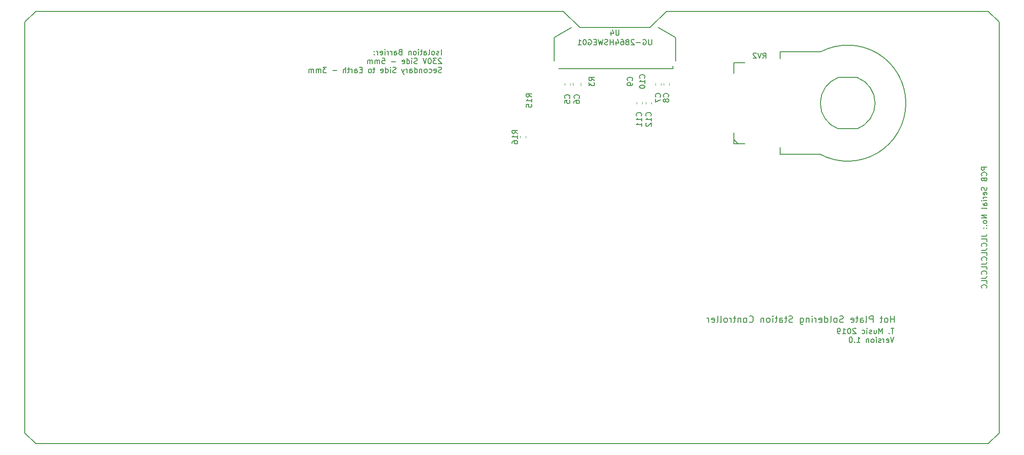
<source format=gbr>
%TF.GenerationSoftware,KiCad,Pcbnew,5.1.4*%
%TF.CreationDate,2019-08-26T22:55:56+02:00*%
%TF.ProjectId,hotplate_ctl,686f7470-6c61-4746-955f-63746c2e6b69,rev?*%
%TF.SameCoordinates,Original*%
%TF.FileFunction,Legend,Bot*%
%TF.FilePolarity,Positive*%
%FSLAX46Y46*%
G04 Gerber Fmt 4.6, Leading zero omitted, Abs format (unit mm)*
G04 Created by KiCad (PCBNEW 5.1.4) date 2019-08-26 22:55:56*
%MOMM*%
%LPD*%
G04 APERTURE LIST*
%ADD10C,0.150000*%
%ADD11C,0.120000*%
G04 APERTURE END LIST*
D10*
X156914404Y-58052380D02*
X156914404Y-57052380D01*
X156485833Y-58004761D02*
X156390595Y-58052380D01*
X156200119Y-58052380D01*
X156104880Y-58004761D01*
X156057261Y-57909523D01*
X156057261Y-57861904D01*
X156104880Y-57766666D01*
X156200119Y-57719047D01*
X156342976Y-57719047D01*
X156438214Y-57671428D01*
X156485833Y-57576190D01*
X156485833Y-57528571D01*
X156438214Y-57433333D01*
X156342976Y-57385714D01*
X156200119Y-57385714D01*
X156104880Y-57433333D01*
X155485833Y-58052380D02*
X155581071Y-58004761D01*
X155628690Y-57957142D01*
X155676309Y-57861904D01*
X155676309Y-57576190D01*
X155628690Y-57480952D01*
X155581071Y-57433333D01*
X155485833Y-57385714D01*
X155342976Y-57385714D01*
X155247738Y-57433333D01*
X155200119Y-57480952D01*
X155152500Y-57576190D01*
X155152500Y-57861904D01*
X155200119Y-57957142D01*
X155247738Y-58004761D01*
X155342976Y-58052380D01*
X155485833Y-58052380D01*
X154581071Y-58052380D02*
X154676309Y-58004761D01*
X154723928Y-57909523D01*
X154723928Y-57052380D01*
X153771547Y-58052380D02*
X153771547Y-57528571D01*
X153819166Y-57433333D01*
X153914404Y-57385714D01*
X154104880Y-57385714D01*
X154200119Y-57433333D01*
X153771547Y-58004761D02*
X153866785Y-58052380D01*
X154104880Y-58052380D01*
X154200119Y-58004761D01*
X154247738Y-57909523D01*
X154247738Y-57814285D01*
X154200119Y-57719047D01*
X154104880Y-57671428D01*
X153866785Y-57671428D01*
X153771547Y-57623809D01*
X153438214Y-57385714D02*
X153057261Y-57385714D01*
X153295357Y-57052380D02*
X153295357Y-57909523D01*
X153247738Y-58004761D01*
X153152500Y-58052380D01*
X153057261Y-58052380D01*
X152723928Y-58052380D02*
X152723928Y-57385714D01*
X152723928Y-57052380D02*
X152771547Y-57100000D01*
X152723928Y-57147619D01*
X152676309Y-57100000D01*
X152723928Y-57052380D01*
X152723928Y-57147619D01*
X152104880Y-58052380D02*
X152200119Y-58004761D01*
X152247738Y-57957142D01*
X152295357Y-57861904D01*
X152295357Y-57576190D01*
X152247738Y-57480952D01*
X152200119Y-57433333D01*
X152104880Y-57385714D01*
X151962023Y-57385714D01*
X151866785Y-57433333D01*
X151819166Y-57480952D01*
X151771547Y-57576190D01*
X151771547Y-57861904D01*
X151819166Y-57957142D01*
X151866785Y-58004761D01*
X151962023Y-58052380D01*
X152104880Y-58052380D01*
X151342976Y-57385714D02*
X151342976Y-58052380D01*
X151342976Y-57480952D02*
X151295357Y-57433333D01*
X151200119Y-57385714D01*
X151057261Y-57385714D01*
X150962023Y-57433333D01*
X150914404Y-57528571D01*
X150914404Y-58052380D01*
X149342976Y-57528571D02*
X149200119Y-57576190D01*
X149152500Y-57623809D01*
X149104880Y-57719047D01*
X149104880Y-57861904D01*
X149152500Y-57957142D01*
X149200119Y-58004761D01*
X149295357Y-58052380D01*
X149676309Y-58052380D01*
X149676309Y-57052380D01*
X149342976Y-57052380D01*
X149247738Y-57100000D01*
X149200119Y-57147619D01*
X149152500Y-57242857D01*
X149152500Y-57338095D01*
X149200119Y-57433333D01*
X149247738Y-57480952D01*
X149342976Y-57528571D01*
X149676309Y-57528571D01*
X148247738Y-58052380D02*
X148247738Y-57528571D01*
X148295357Y-57433333D01*
X148390595Y-57385714D01*
X148581071Y-57385714D01*
X148676309Y-57433333D01*
X148247738Y-58004761D02*
X148342976Y-58052380D01*
X148581071Y-58052380D01*
X148676309Y-58004761D01*
X148723928Y-57909523D01*
X148723928Y-57814285D01*
X148676309Y-57719047D01*
X148581071Y-57671428D01*
X148342976Y-57671428D01*
X148247738Y-57623809D01*
X147771547Y-58052380D02*
X147771547Y-57385714D01*
X147771547Y-57576190D02*
X147723928Y-57480952D01*
X147676309Y-57433333D01*
X147581071Y-57385714D01*
X147485833Y-57385714D01*
X147152500Y-58052380D02*
X147152500Y-57385714D01*
X147152500Y-57576190D02*
X147104880Y-57480952D01*
X147057261Y-57433333D01*
X146962023Y-57385714D01*
X146866785Y-57385714D01*
X146533452Y-58052380D02*
X146533452Y-57385714D01*
X146533452Y-57052380D02*
X146581071Y-57100000D01*
X146533452Y-57147619D01*
X146485833Y-57100000D01*
X146533452Y-57052380D01*
X146533452Y-57147619D01*
X145676309Y-58004761D02*
X145771547Y-58052380D01*
X145962023Y-58052380D01*
X146057261Y-58004761D01*
X146104880Y-57909523D01*
X146104880Y-57528571D01*
X146057261Y-57433333D01*
X145962023Y-57385714D01*
X145771547Y-57385714D01*
X145676309Y-57433333D01*
X145628690Y-57528571D01*
X145628690Y-57623809D01*
X146104880Y-57719047D01*
X145200119Y-58052380D02*
X145200119Y-57385714D01*
X145200119Y-57576190D02*
X145152500Y-57480952D01*
X145104880Y-57433333D01*
X145009642Y-57385714D01*
X144914404Y-57385714D01*
X144581071Y-57957142D02*
X144533452Y-58004761D01*
X144581071Y-58052380D01*
X144628690Y-58004761D01*
X144581071Y-57957142D01*
X144581071Y-58052380D01*
X144581071Y-57433333D02*
X144533452Y-57480952D01*
X144581071Y-57528571D01*
X144628690Y-57480952D01*
X144581071Y-57433333D01*
X144581071Y-57528571D01*
X156962023Y-58797619D02*
X156914404Y-58750000D01*
X156819166Y-58702380D01*
X156581071Y-58702380D01*
X156485833Y-58750000D01*
X156438214Y-58797619D01*
X156390595Y-58892857D01*
X156390595Y-58988095D01*
X156438214Y-59130952D01*
X157009642Y-59702380D01*
X156390595Y-59702380D01*
X156057261Y-58702380D02*
X155438214Y-58702380D01*
X155771547Y-59083333D01*
X155628690Y-59083333D01*
X155533452Y-59130952D01*
X155485833Y-59178571D01*
X155438214Y-59273809D01*
X155438214Y-59511904D01*
X155485833Y-59607142D01*
X155533452Y-59654761D01*
X155628690Y-59702380D01*
X155914404Y-59702380D01*
X156009642Y-59654761D01*
X156057261Y-59607142D01*
X154819166Y-58702380D02*
X154723928Y-58702380D01*
X154628690Y-58750000D01*
X154581071Y-58797619D01*
X154533452Y-58892857D01*
X154485833Y-59083333D01*
X154485833Y-59321428D01*
X154533452Y-59511904D01*
X154581071Y-59607142D01*
X154628690Y-59654761D01*
X154723928Y-59702380D01*
X154819166Y-59702380D01*
X154914404Y-59654761D01*
X154962023Y-59607142D01*
X155009642Y-59511904D01*
X155057261Y-59321428D01*
X155057261Y-59083333D01*
X155009642Y-58892857D01*
X154962023Y-58797619D01*
X154914404Y-58750000D01*
X154819166Y-58702380D01*
X154200119Y-58702380D02*
X153866785Y-59702380D01*
X153533452Y-58702380D01*
X152485833Y-59654761D02*
X152342976Y-59702380D01*
X152104880Y-59702380D01*
X152009642Y-59654761D01*
X151962023Y-59607142D01*
X151914404Y-59511904D01*
X151914404Y-59416666D01*
X151962023Y-59321428D01*
X152009642Y-59273809D01*
X152104880Y-59226190D01*
X152295357Y-59178571D01*
X152390595Y-59130952D01*
X152438214Y-59083333D01*
X152485833Y-58988095D01*
X152485833Y-58892857D01*
X152438214Y-58797619D01*
X152390595Y-58750000D01*
X152295357Y-58702380D01*
X152057261Y-58702380D01*
X151914404Y-58750000D01*
X151485833Y-59702380D02*
X151485833Y-59035714D01*
X151485833Y-58702380D02*
X151533452Y-58750000D01*
X151485833Y-58797619D01*
X151438214Y-58750000D01*
X151485833Y-58702380D01*
X151485833Y-58797619D01*
X150581071Y-59702380D02*
X150581071Y-58702380D01*
X150581071Y-59654761D02*
X150676309Y-59702380D01*
X150866785Y-59702380D01*
X150962023Y-59654761D01*
X151009642Y-59607142D01*
X151057261Y-59511904D01*
X151057261Y-59226190D01*
X151009642Y-59130952D01*
X150962023Y-59083333D01*
X150866785Y-59035714D01*
X150676309Y-59035714D01*
X150581071Y-59083333D01*
X149723928Y-59654761D02*
X149819166Y-59702380D01*
X150009642Y-59702380D01*
X150104880Y-59654761D01*
X150152500Y-59559523D01*
X150152500Y-59178571D01*
X150104880Y-59083333D01*
X150009642Y-59035714D01*
X149819166Y-59035714D01*
X149723928Y-59083333D01*
X149676309Y-59178571D01*
X149676309Y-59273809D01*
X150152500Y-59369047D01*
X148485833Y-59321428D02*
X147723928Y-59321428D01*
X146009642Y-58702380D02*
X146485833Y-58702380D01*
X146533452Y-59178571D01*
X146485833Y-59130952D01*
X146390595Y-59083333D01*
X146152500Y-59083333D01*
X146057261Y-59130952D01*
X146009642Y-59178571D01*
X145962023Y-59273809D01*
X145962023Y-59511904D01*
X146009642Y-59607142D01*
X146057261Y-59654761D01*
X146152500Y-59702380D01*
X146390595Y-59702380D01*
X146485833Y-59654761D01*
X146533452Y-59607142D01*
X145533452Y-59702380D02*
X145533452Y-59035714D01*
X145533452Y-59130952D02*
X145485833Y-59083333D01*
X145390595Y-59035714D01*
X145247738Y-59035714D01*
X145152500Y-59083333D01*
X145104880Y-59178571D01*
X145104880Y-59702380D01*
X145104880Y-59178571D02*
X145057261Y-59083333D01*
X144962023Y-59035714D01*
X144819166Y-59035714D01*
X144723928Y-59083333D01*
X144676309Y-59178571D01*
X144676309Y-59702380D01*
X144200119Y-59702380D02*
X144200119Y-59035714D01*
X144200119Y-59130952D02*
X144152500Y-59083333D01*
X144057261Y-59035714D01*
X143914404Y-59035714D01*
X143819166Y-59083333D01*
X143771547Y-59178571D01*
X143771547Y-59702380D01*
X143771547Y-59178571D02*
X143723928Y-59083333D01*
X143628690Y-59035714D01*
X143485833Y-59035714D01*
X143390595Y-59083333D01*
X143342976Y-59178571D01*
X143342976Y-59702380D01*
X156962023Y-61304761D02*
X156819166Y-61352380D01*
X156581071Y-61352380D01*
X156485833Y-61304761D01*
X156438214Y-61257142D01*
X156390595Y-61161904D01*
X156390595Y-61066666D01*
X156438214Y-60971428D01*
X156485833Y-60923809D01*
X156581071Y-60876190D01*
X156771547Y-60828571D01*
X156866785Y-60780952D01*
X156914404Y-60733333D01*
X156962023Y-60638095D01*
X156962023Y-60542857D01*
X156914404Y-60447619D01*
X156866785Y-60400000D01*
X156771547Y-60352380D01*
X156533452Y-60352380D01*
X156390595Y-60400000D01*
X155581071Y-61304761D02*
X155676309Y-61352380D01*
X155866785Y-61352380D01*
X155962023Y-61304761D01*
X156009642Y-61209523D01*
X156009642Y-60828571D01*
X155962023Y-60733333D01*
X155866785Y-60685714D01*
X155676309Y-60685714D01*
X155581071Y-60733333D01*
X155533452Y-60828571D01*
X155533452Y-60923809D01*
X156009642Y-61019047D01*
X154676309Y-61304761D02*
X154771547Y-61352380D01*
X154962023Y-61352380D01*
X155057261Y-61304761D01*
X155104880Y-61257142D01*
X155152500Y-61161904D01*
X155152500Y-60876190D01*
X155104880Y-60780952D01*
X155057261Y-60733333D01*
X154962023Y-60685714D01*
X154771547Y-60685714D01*
X154676309Y-60733333D01*
X154104880Y-61352380D02*
X154200119Y-61304761D01*
X154247738Y-61257142D01*
X154295357Y-61161904D01*
X154295357Y-60876190D01*
X154247738Y-60780952D01*
X154200119Y-60733333D01*
X154104880Y-60685714D01*
X153962023Y-60685714D01*
X153866785Y-60733333D01*
X153819166Y-60780952D01*
X153771547Y-60876190D01*
X153771547Y-61161904D01*
X153819166Y-61257142D01*
X153866785Y-61304761D01*
X153962023Y-61352380D01*
X154104880Y-61352380D01*
X153342976Y-60685714D02*
X153342976Y-61352380D01*
X153342976Y-60780952D02*
X153295357Y-60733333D01*
X153200119Y-60685714D01*
X153057261Y-60685714D01*
X152962023Y-60733333D01*
X152914404Y-60828571D01*
X152914404Y-61352380D01*
X152009642Y-61352380D02*
X152009642Y-60352380D01*
X152009642Y-61304761D02*
X152104880Y-61352380D01*
X152295357Y-61352380D01*
X152390595Y-61304761D01*
X152438214Y-61257142D01*
X152485833Y-61161904D01*
X152485833Y-60876190D01*
X152438214Y-60780952D01*
X152390595Y-60733333D01*
X152295357Y-60685714D01*
X152104880Y-60685714D01*
X152009642Y-60733333D01*
X151104880Y-61352380D02*
X151104880Y-60828571D01*
X151152500Y-60733333D01*
X151247738Y-60685714D01*
X151438214Y-60685714D01*
X151533452Y-60733333D01*
X151104880Y-61304761D02*
X151200119Y-61352380D01*
X151438214Y-61352380D01*
X151533452Y-61304761D01*
X151581071Y-61209523D01*
X151581071Y-61114285D01*
X151533452Y-61019047D01*
X151438214Y-60971428D01*
X151200119Y-60971428D01*
X151104880Y-60923809D01*
X150628690Y-61352380D02*
X150628690Y-60685714D01*
X150628690Y-60876190D02*
X150581071Y-60780952D01*
X150533452Y-60733333D01*
X150438214Y-60685714D01*
X150342976Y-60685714D01*
X150104880Y-60685714D02*
X149866785Y-61352380D01*
X149628690Y-60685714D02*
X149866785Y-61352380D01*
X149962023Y-61590476D01*
X150009642Y-61638095D01*
X150104880Y-61685714D01*
X148533452Y-61304761D02*
X148390595Y-61352380D01*
X148152500Y-61352380D01*
X148057261Y-61304761D01*
X148009642Y-61257142D01*
X147962023Y-61161904D01*
X147962023Y-61066666D01*
X148009642Y-60971428D01*
X148057261Y-60923809D01*
X148152500Y-60876190D01*
X148342976Y-60828571D01*
X148438214Y-60780952D01*
X148485833Y-60733333D01*
X148533452Y-60638095D01*
X148533452Y-60542857D01*
X148485833Y-60447619D01*
X148438214Y-60400000D01*
X148342976Y-60352380D01*
X148104880Y-60352380D01*
X147962023Y-60400000D01*
X147533452Y-61352380D02*
X147533452Y-60685714D01*
X147533452Y-60352380D02*
X147581071Y-60400000D01*
X147533452Y-60447619D01*
X147485833Y-60400000D01*
X147533452Y-60352380D01*
X147533452Y-60447619D01*
X146628690Y-61352380D02*
X146628690Y-60352380D01*
X146628690Y-61304761D02*
X146723928Y-61352380D01*
X146914404Y-61352380D01*
X147009642Y-61304761D01*
X147057261Y-61257142D01*
X147104880Y-61161904D01*
X147104880Y-60876190D01*
X147057261Y-60780952D01*
X147009642Y-60733333D01*
X146914404Y-60685714D01*
X146723928Y-60685714D01*
X146628690Y-60733333D01*
X145771547Y-61304761D02*
X145866785Y-61352380D01*
X146057261Y-61352380D01*
X146152500Y-61304761D01*
X146200119Y-61209523D01*
X146200119Y-60828571D01*
X146152500Y-60733333D01*
X146057261Y-60685714D01*
X145866785Y-60685714D01*
X145771547Y-60733333D01*
X145723928Y-60828571D01*
X145723928Y-60923809D01*
X146200119Y-61019047D01*
X144676309Y-60685714D02*
X144295357Y-60685714D01*
X144533452Y-60352380D02*
X144533452Y-61209523D01*
X144485833Y-61304761D01*
X144390595Y-61352380D01*
X144295357Y-61352380D01*
X143819166Y-61352380D02*
X143914404Y-61304761D01*
X143962023Y-61257142D01*
X144009642Y-61161904D01*
X144009642Y-60876190D01*
X143962023Y-60780952D01*
X143914404Y-60733333D01*
X143819166Y-60685714D01*
X143676309Y-60685714D01*
X143581071Y-60733333D01*
X143533452Y-60780952D01*
X143485833Y-60876190D01*
X143485833Y-61161904D01*
X143533452Y-61257142D01*
X143581071Y-61304761D01*
X143676309Y-61352380D01*
X143819166Y-61352380D01*
X142295357Y-60828571D02*
X141962023Y-60828571D01*
X141819166Y-61352380D02*
X142295357Y-61352380D01*
X142295357Y-60352380D01*
X141819166Y-60352380D01*
X140962023Y-61352380D02*
X140962023Y-60828571D01*
X141009642Y-60733333D01*
X141104880Y-60685714D01*
X141295357Y-60685714D01*
X141390595Y-60733333D01*
X140962023Y-61304761D02*
X141057261Y-61352380D01*
X141295357Y-61352380D01*
X141390595Y-61304761D01*
X141438214Y-61209523D01*
X141438214Y-61114285D01*
X141390595Y-61019047D01*
X141295357Y-60971428D01*
X141057261Y-60971428D01*
X140962023Y-60923809D01*
X140485833Y-61352380D02*
X140485833Y-60685714D01*
X140485833Y-60876190D02*
X140438214Y-60780952D01*
X140390595Y-60733333D01*
X140295357Y-60685714D01*
X140200119Y-60685714D01*
X140009642Y-60685714D02*
X139628690Y-60685714D01*
X139866785Y-60352380D02*
X139866785Y-61209523D01*
X139819166Y-61304761D01*
X139723928Y-61352380D01*
X139628690Y-61352380D01*
X139295357Y-61352380D02*
X139295357Y-60352380D01*
X138866785Y-61352380D02*
X138866785Y-60828571D01*
X138914404Y-60733333D01*
X139009642Y-60685714D01*
X139152500Y-60685714D01*
X139247738Y-60733333D01*
X139295357Y-60780952D01*
X137628690Y-60971428D02*
X136866785Y-60971428D01*
X135723928Y-60352380D02*
X135104880Y-60352380D01*
X135438214Y-60733333D01*
X135295357Y-60733333D01*
X135200119Y-60780952D01*
X135152500Y-60828571D01*
X135104880Y-60923809D01*
X135104880Y-61161904D01*
X135152500Y-61257142D01*
X135200119Y-61304761D01*
X135295357Y-61352380D01*
X135581071Y-61352380D01*
X135676309Y-61304761D01*
X135723928Y-61257142D01*
X134676309Y-61352380D02*
X134676309Y-60685714D01*
X134676309Y-60780952D02*
X134628690Y-60733333D01*
X134533452Y-60685714D01*
X134390595Y-60685714D01*
X134295357Y-60733333D01*
X134247738Y-60828571D01*
X134247738Y-61352380D01*
X134247738Y-60828571D02*
X134200119Y-60733333D01*
X134104880Y-60685714D01*
X133962023Y-60685714D01*
X133866785Y-60733333D01*
X133819166Y-60828571D01*
X133819166Y-61352380D01*
X133342976Y-61352380D02*
X133342976Y-60685714D01*
X133342976Y-60780952D02*
X133295357Y-60733333D01*
X133200119Y-60685714D01*
X133057261Y-60685714D01*
X132962023Y-60733333D01*
X132914404Y-60828571D01*
X132914404Y-61352380D01*
X132914404Y-60828571D02*
X132866785Y-60733333D01*
X132771547Y-60685714D01*
X132628690Y-60685714D01*
X132533452Y-60733333D01*
X132485833Y-60828571D01*
X132485833Y-61352380D01*
X230250000Y-71750000D02*
G75*
G02X230250000Y-62250000I1750000J4750000D01*
G01*
X233750000Y-62250000D02*
G75*
G02X233750000Y-71750000I-1750000J-4750000D01*
G01*
X230250000Y-71750000D02*
X233750000Y-71750000D01*
X230250000Y-62250000D02*
X233750000Y-62250000D01*
X257702380Y-78833333D02*
X256702380Y-78833333D01*
X256702380Y-79214285D01*
X256750000Y-79309523D01*
X256797619Y-79357142D01*
X256892857Y-79404761D01*
X257035714Y-79404761D01*
X257130952Y-79357142D01*
X257178571Y-79309523D01*
X257226190Y-79214285D01*
X257226190Y-78833333D01*
X257607142Y-80404761D02*
X257654761Y-80357142D01*
X257702380Y-80214285D01*
X257702380Y-80119047D01*
X257654761Y-79976190D01*
X257559523Y-79880952D01*
X257464285Y-79833333D01*
X257273809Y-79785714D01*
X257130952Y-79785714D01*
X256940476Y-79833333D01*
X256845238Y-79880952D01*
X256750000Y-79976190D01*
X256702380Y-80119047D01*
X256702380Y-80214285D01*
X256750000Y-80357142D01*
X256797619Y-80404761D01*
X257178571Y-81166666D02*
X257226190Y-81309523D01*
X257273809Y-81357142D01*
X257369047Y-81404761D01*
X257511904Y-81404761D01*
X257607142Y-81357142D01*
X257654761Y-81309523D01*
X257702380Y-81214285D01*
X257702380Y-80833333D01*
X256702380Y-80833333D01*
X256702380Y-81166666D01*
X256750000Y-81261904D01*
X256797619Y-81309523D01*
X256892857Y-81357142D01*
X256988095Y-81357142D01*
X257083333Y-81309523D01*
X257130952Y-81261904D01*
X257178571Y-81166666D01*
X257178571Y-80833333D01*
X257654761Y-82547619D02*
X257702380Y-82690476D01*
X257702380Y-82928571D01*
X257654761Y-83023809D01*
X257607142Y-83071428D01*
X257511904Y-83119047D01*
X257416666Y-83119047D01*
X257321428Y-83071428D01*
X257273809Y-83023809D01*
X257226190Y-82928571D01*
X257178571Y-82738095D01*
X257130952Y-82642857D01*
X257083333Y-82595238D01*
X256988095Y-82547619D01*
X256892857Y-82547619D01*
X256797619Y-82595238D01*
X256750000Y-82642857D01*
X256702380Y-82738095D01*
X256702380Y-82976190D01*
X256750000Y-83119047D01*
X257654761Y-83928571D02*
X257702380Y-83833333D01*
X257702380Y-83642857D01*
X257654761Y-83547619D01*
X257559523Y-83500000D01*
X257178571Y-83500000D01*
X257083333Y-83547619D01*
X257035714Y-83642857D01*
X257035714Y-83833333D01*
X257083333Y-83928571D01*
X257178571Y-83976190D01*
X257273809Y-83976190D01*
X257369047Y-83500000D01*
X257702380Y-84404761D02*
X257035714Y-84404761D01*
X257226190Y-84404761D02*
X257130952Y-84452380D01*
X257083333Y-84500000D01*
X257035714Y-84595238D01*
X257035714Y-84690476D01*
X257702380Y-85023809D02*
X257035714Y-85023809D01*
X256702380Y-85023809D02*
X256750000Y-84976190D01*
X256797619Y-85023809D01*
X256750000Y-85071428D01*
X256702380Y-85023809D01*
X256797619Y-85023809D01*
X257702380Y-85928571D02*
X257178571Y-85928571D01*
X257083333Y-85880952D01*
X257035714Y-85785714D01*
X257035714Y-85595238D01*
X257083333Y-85500000D01*
X257654761Y-85928571D02*
X257702380Y-85833333D01*
X257702380Y-85595238D01*
X257654761Y-85500000D01*
X257559523Y-85452380D01*
X257464285Y-85452380D01*
X257369047Y-85500000D01*
X257321428Y-85595238D01*
X257321428Y-85833333D01*
X257273809Y-85928571D01*
X257702380Y-86547619D02*
X257654761Y-86452380D01*
X257559523Y-86404761D01*
X256702380Y-86404761D01*
X257702380Y-87690476D02*
X256702380Y-87690476D01*
X257702380Y-88261904D01*
X256702380Y-88261904D01*
X257702380Y-88880952D02*
X257654761Y-88785714D01*
X257607142Y-88738095D01*
X257511904Y-88690476D01*
X257226190Y-88690476D01*
X257130952Y-88738095D01*
X257083333Y-88785714D01*
X257035714Y-88880952D01*
X257035714Y-89023809D01*
X257083333Y-89119047D01*
X257130952Y-89166666D01*
X257226190Y-89214285D01*
X257511904Y-89214285D01*
X257607142Y-89166666D01*
X257654761Y-89119047D01*
X257702380Y-89023809D01*
X257702380Y-88880952D01*
X257607142Y-89642857D02*
X257654761Y-89690476D01*
X257702380Y-89642857D01*
X257654761Y-89595238D01*
X257607142Y-89642857D01*
X257702380Y-89642857D01*
X257607142Y-90119047D02*
X257654761Y-90166666D01*
X257702380Y-90119047D01*
X257654761Y-90071428D01*
X257607142Y-90119047D01*
X257702380Y-90119047D01*
X257083333Y-90119047D02*
X257130952Y-90166666D01*
X257178571Y-90119047D01*
X257130952Y-90071428D01*
X257083333Y-90119047D01*
X257178571Y-90119047D01*
X256702380Y-91642857D02*
X257416666Y-91642857D01*
X257559523Y-91595238D01*
X257654761Y-91500000D01*
X257702380Y-91357142D01*
X257702380Y-91261904D01*
X257702380Y-92595238D02*
X257702380Y-92119047D01*
X256702380Y-92119047D01*
X257607142Y-93500000D02*
X257654761Y-93452380D01*
X257702380Y-93309523D01*
X257702380Y-93214285D01*
X257654761Y-93071428D01*
X257559523Y-92976190D01*
X257464285Y-92928571D01*
X257273809Y-92880952D01*
X257130952Y-92880952D01*
X256940476Y-92928571D01*
X256845238Y-92976190D01*
X256750000Y-93071428D01*
X256702380Y-93214285D01*
X256702380Y-93309523D01*
X256750000Y-93452380D01*
X256797619Y-93500000D01*
X256702380Y-94214285D02*
X257416666Y-94214285D01*
X257559523Y-94166666D01*
X257654761Y-94071428D01*
X257702380Y-93928571D01*
X257702380Y-93833333D01*
X257702380Y-95166666D02*
X257702380Y-94690476D01*
X256702380Y-94690476D01*
X257607142Y-96071428D02*
X257654761Y-96023809D01*
X257702380Y-95880952D01*
X257702380Y-95785714D01*
X257654761Y-95642857D01*
X257559523Y-95547619D01*
X257464285Y-95500000D01*
X257273809Y-95452380D01*
X257130952Y-95452380D01*
X256940476Y-95500000D01*
X256845238Y-95547619D01*
X256750000Y-95642857D01*
X256702380Y-95785714D01*
X256702380Y-95880952D01*
X256750000Y-96023809D01*
X256797619Y-96071428D01*
X256702380Y-96785714D02*
X257416666Y-96785714D01*
X257559523Y-96738095D01*
X257654761Y-96642857D01*
X257702380Y-96500000D01*
X257702380Y-96404761D01*
X257702380Y-97738095D02*
X257702380Y-97261904D01*
X256702380Y-97261904D01*
X257607142Y-98642857D02*
X257654761Y-98595238D01*
X257702380Y-98452380D01*
X257702380Y-98357142D01*
X257654761Y-98214285D01*
X257559523Y-98119047D01*
X257464285Y-98071428D01*
X257273809Y-98023809D01*
X257130952Y-98023809D01*
X256940476Y-98071428D01*
X256845238Y-98119047D01*
X256750000Y-98214285D01*
X256702380Y-98357142D01*
X256702380Y-98452380D01*
X256750000Y-98595238D01*
X256797619Y-98642857D01*
X256702380Y-99357142D02*
X257416666Y-99357142D01*
X257559523Y-99309523D01*
X257654761Y-99214285D01*
X257702380Y-99071428D01*
X257702380Y-98976190D01*
X257702380Y-100309523D02*
X257702380Y-99833333D01*
X256702380Y-99833333D01*
X257607142Y-101214285D02*
X257654761Y-101166666D01*
X257702380Y-101023809D01*
X257702380Y-100928571D01*
X257654761Y-100785714D01*
X257559523Y-100690476D01*
X257464285Y-100642857D01*
X257273809Y-100595238D01*
X257130952Y-100595238D01*
X256940476Y-100642857D01*
X256845238Y-100690476D01*
X256750000Y-100785714D01*
X256702380Y-100928571D01*
X256702380Y-101023809D01*
X256750000Y-101166666D01*
X256797619Y-101214285D01*
X240557261Y-108627380D02*
X239985833Y-108627380D01*
X240271547Y-109627380D02*
X240271547Y-108627380D01*
X239652500Y-109532142D02*
X239604880Y-109579761D01*
X239652500Y-109627380D01*
X239700119Y-109579761D01*
X239652500Y-109532142D01*
X239652500Y-109627380D01*
X238414404Y-109627380D02*
X238414404Y-108627380D01*
X238081071Y-109341666D01*
X237747738Y-108627380D01*
X237747738Y-109627380D01*
X236842976Y-108960714D02*
X236842976Y-109627380D01*
X237271547Y-108960714D02*
X237271547Y-109484523D01*
X237223928Y-109579761D01*
X237128690Y-109627380D01*
X236985833Y-109627380D01*
X236890595Y-109579761D01*
X236842976Y-109532142D01*
X236414404Y-109579761D02*
X236319166Y-109627380D01*
X236128690Y-109627380D01*
X236033452Y-109579761D01*
X235985833Y-109484523D01*
X235985833Y-109436904D01*
X236033452Y-109341666D01*
X236128690Y-109294047D01*
X236271547Y-109294047D01*
X236366785Y-109246428D01*
X236414404Y-109151190D01*
X236414404Y-109103571D01*
X236366785Y-109008333D01*
X236271547Y-108960714D01*
X236128690Y-108960714D01*
X236033452Y-109008333D01*
X235557261Y-109627380D02*
X235557261Y-108960714D01*
X235557261Y-108627380D02*
X235604880Y-108675000D01*
X235557261Y-108722619D01*
X235509642Y-108675000D01*
X235557261Y-108627380D01*
X235557261Y-108722619D01*
X234652500Y-109579761D02*
X234747738Y-109627380D01*
X234938214Y-109627380D01*
X235033452Y-109579761D01*
X235081071Y-109532142D01*
X235128690Y-109436904D01*
X235128690Y-109151190D01*
X235081071Y-109055952D01*
X235033452Y-109008333D01*
X234938214Y-108960714D01*
X234747738Y-108960714D01*
X234652500Y-109008333D01*
X233509642Y-108722619D02*
X233462023Y-108675000D01*
X233366785Y-108627380D01*
X233128690Y-108627380D01*
X233033452Y-108675000D01*
X232985833Y-108722619D01*
X232938214Y-108817857D01*
X232938214Y-108913095D01*
X232985833Y-109055952D01*
X233557261Y-109627380D01*
X232938214Y-109627380D01*
X232319166Y-108627380D02*
X232223928Y-108627380D01*
X232128690Y-108675000D01*
X232081071Y-108722619D01*
X232033452Y-108817857D01*
X231985833Y-109008333D01*
X231985833Y-109246428D01*
X232033452Y-109436904D01*
X232081071Y-109532142D01*
X232128690Y-109579761D01*
X232223928Y-109627380D01*
X232319166Y-109627380D01*
X232414404Y-109579761D01*
X232462023Y-109532142D01*
X232509642Y-109436904D01*
X232557261Y-109246428D01*
X232557261Y-109008333D01*
X232509642Y-108817857D01*
X232462023Y-108722619D01*
X232414404Y-108675000D01*
X232319166Y-108627380D01*
X231033452Y-109627380D02*
X231604880Y-109627380D01*
X231319166Y-109627380D02*
X231319166Y-108627380D01*
X231414404Y-108770238D01*
X231509642Y-108865476D01*
X231604880Y-108913095D01*
X230557261Y-109627380D02*
X230366785Y-109627380D01*
X230271547Y-109579761D01*
X230223928Y-109532142D01*
X230128690Y-109389285D01*
X230081071Y-109198809D01*
X230081071Y-108817857D01*
X230128690Y-108722619D01*
X230176309Y-108675000D01*
X230271547Y-108627380D01*
X230462023Y-108627380D01*
X230557261Y-108675000D01*
X230604880Y-108722619D01*
X230652500Y-108817857D01*
X230652500Y-109055952D01*
X230604880Y-109151190D01*
X230557261Y-109198809D01*
X230462023Y-109246428D01*
X230271547Y-109246428D01*
X230176309Y-109198809D01*
X230128690Y-109151190D01*
X230081071Y-109055952D01*
X240557261Y-110277380D02*
X240223928Y-111277380D01*
X239890595Y-110277380D01*
X239176309Y-111229761D02*
X239271547Y-111277380D01*
X239462023Y-111277380D01*
X239557261Y-111229761D01*
X239604880Y-111134523D01*
X239604880Y-110753571D01*
X239557261Y-110658333D01*
X239462023Y-110610714D01*
X239271547Y-110610714D01*
X239176309Y-110658333D01*
X239128690Y-110753571D01*
X239128690Y-110848809D01*
X239604880Y-110944047D01*
X238700119Y-111277380D02*
X238700119Y-110610714D01*
X238700119Y-110801190D02*
X238652500Y-110705952D01*
X238604880Y-110658333D01*
X238509642Y-110610714D01*
X238414404Y-110610714D01*
X238128690Y-111229761D02*
X238033452Y-111277380D01*
X237842976Y-111277380D01*
X237747738Y-111229761D01*
X237700119Y-111134523D01*
X237700119Y-111086904D01*
X237747738Y-110991666D01*
X237842976Y-110944047D01*
X237985833Y-110944047D01*
X238081071Y-110896428D01*
X238128690Y-110801190D01*
X238128690Y-110753571D01*
X238081071Y-110658333D01*
X237985833Y-110610714D01*
X237842976Y-110610714D01*
X237747738Y-110658333D01*
X237271547Y-111277380D02*
X237271547Y-110610714D01*
X237271547Y-110277380D02*
X237319166Y-110325000D01*
X237271547Y-110372619D01*
X237223928Y-110325000D01*
X237271547Y-110277380D01*
X237271547Y-110372619D01*
X236652500Y-111277380D02*
X236747738Y-111229761D01*
X236795357Y-111182142D01*
X236842976Y-111086904D01*
X236842976Y-110801190D01*
X236795357Y-110705952D01*
X236747738Y-110658333D01*
X236652500Y-110610714D01*
X236509642Y-110610714D01*
X236414404Y-110658333D01*
X236366785Y-110705952D01*
X236319166Y-110801190D01*
X236319166Y-111086904D01*
X236366785Y-111182142D01*
X236414404Y-111229761D01*
X236509642Y-111277380D01*
X236652500Y-111277380D01*
X235890595Y-110610714D02*
X235890595Y-111277380D01*
X235890595Y-110705952D02*
X235842976Y-110658333D01*
X235747738Y-110610714D01*
X235604880Y-110610714D01*
X235509642Y-110658333D01*
X235462023Y-110753571D01*
X235462023Y-111277380D01*
X233700119Y-111277380D02*
X234271547Y-111277380D01*
X233985833Y-111277380D02*
X233985833Y-110277380D01*
X234081071Y-110420238D01*
X234176309Y-110515476D01*
X234271547Y-110563095D01*
X233271547Y-111182142D02*
X233223928Y-111229761D01*
X233271547Y-111277380D01*
X233319166Y-111229761D01*
X233271547Y-111182142D01*
X233271547Y-111277380D01*
X232604880Y-110277380D02*
X232509642Y-110277380D01*
X232414404Y-110325000D01*
X232366785Y-110372619D01*
X232319166Y-110467857D01*
X232271547Y-110658333D01*
X232271547Y-110896428D01*
X232319166Y-111086904D01*
X232366785Y-111182142D01*
X232414404Y-111229761D01*
X232509642Y-111277380D01*
X232604880Y-111277380D01*
X232700119Y-111229761D01*
X232747738Y-111182142D01*
X232795357Y-111086904D01*
X232842976Y-110896428D01*
X232842976Y-110658333D01*
X232795357Y-110467857D01*
X232747738Y-110372619D01*
X232700119Y-110325000D01*
X232604880Y-110277380D01*
X240616785Y-107542857D02*
X240616785Y-106342857D01*
X240616785Y-106914285D02*
X239931071Y-106914285D01*
X239931071Y-107542857D02*
X239931071Y-106342857D01*
X239188214Y-107542857D02*
X239302500Y-107485714D01*
X239359642Y-107428571D01*
X239416785Y-107314285D01*
X239416785Y-106971428D01*
X239359642Y-106857142D01*
X239302500Y-106800000D01*
X239188214Y-106742857D01*
X239016785Y-106742857D01*
X238902500Y-106800000D01*
X238845357Y-106857142D01*
X238788214Y-106971428D01*
X238788214Y-107314285D01*
X238845357Y-107428571D01*
X238902500Y-107485714D01*
X239016785Y-107542857D01*
X239188214Y-107542857D01*
X238445357Y-106742857D02*
X237988214Y-106742857D01*
X238273928Y-106342857D02*
X238273928Y-107371428D01*
X238216785Y-107485714D01*
X238102500Y-107542857D01*
X237988214Y-107542857D01*
X236673928Y-107542857D02*
X236673928Y-106342857D01*
X236216785Y-106342857D01*
X236102500Y-106400000D01*
X236045357Y-106457142D01*
X235988214Y-106571428D01*
X235988214Y-106742857D01*
X236045357Y-106857142D01*
X236102500Y-106914285D01*
X236216785Y-106971428D01*
X236673928Y-106971428D01*
X235302500Y-107542857D02*
X235416785Y-107485714D01*
X235473928Y-107371428D01*
X235473928Y-106342857D01*
X234331071Y-107542857D02*
X234331071Y-106914285D01*
X234388214Y-106800000D01*
X234502500Y-106742857D01*
X234731071Y-106742857D01*
X234845357Y-106800000D01*
X234331071Y-107485714D02*
X234445357Y-107542857D01*
X234731071Y-107542857D01*
X234845357Y-107485714D01*
X234902500Y-107371428D01*
X234902500Y-107257142D01*
X234845357Y-107142857D01*
X234731071Y-107085714D01*
X234445357Y-107085714D01*
X234331071Y-107028571D01*
X233931071Y-106742857D02*
X233473928Y-106742857D01*
X233759642Y-106342857D02*
X233759642Y-107371428D01*
X233702500Y-107485714D01*
X233588214Y-107542857D01*
X233473928Y-107542857D01*
X232616785Y-107485714D02*
X232731071Y-107542857D01*
X232959642Y-107542857D01*
X233073928Y-107485714D01*
X233131071Y-107371428D01*
X233131071Y-106914285D01*
X233073928Y-106800000D01*
X232959642Y-106742857D01*
X232731071Y-106742857D01*
X232616785Y-106800000D01*
X232559642Y-106914285D01*
X232559642Y-107028571D01*
X233131071Y-107142857D01*
X231188214Y-107485714D02*
X231016785Y-107542857D01*
X230731071Y-107542857D01*
X230616785Y-107485714D01*
X230559642Y-107428571D01*
X230502500Y-107314285D01*
X230502500Y-107200000D01*
X230559642Y-107085714D01*
X230616785Y-107028571D01*
X230731071Y-106971428D01*
X230959642Y-106914285D01*
X231073928Y-106857142D01*
X231131071Y-106800000D01*
X231188214Y-106685714D01*
X231188214Y-106571428D01*
X231131071Y-106457142D01*
X231073928Y-106400000D01*
X230959642Y-106342857D01*
X230673928Y-106342857D01*
X230502500Y-106400000D01*
X229816785Y-107542857D02*
X229931071Y-107485714D01*
X229988214Y-107428571D01*
X230045357Y-107314285D01*
X230045357Y-106971428D01*
X229988214Y-106857142D01*
X229931071Y-106800000D01*
X229816785Y-106742857D01*
X229645357Y-106742857D01*
X229531071Y-106800000D01*
X229473928Y-106857142D01*
X229416785Y-106971428D01*
X229416785Y-107314285D01*
X229473928Y-107428571D01*
X229531071Y-107485714D01*
X229645357Y-107542857D01*
X229816785Y-107542857D01*
X228731071Y-107542857D02*
X228845357Y-107485714D01*
X228902500Y-107371428D01*
X228902500Y-106342857D01*
X227759642Y-107542857D02*
X227759642Y-106342857D01*
X227759642Y-107485714D02*
X227873928Y-107542857D01*
X228102500Y-107542857D01*
X228216785Y-107485714D01*
X228273928Y-107428571D01*
X228331071Y-107314285D01*
X228331071Y-106971428D01*
X228273928Y-106857142D01*
X228216785Y-106800000D01*
X228102500Y-106742857D01*
X227873928Y-106742857D01*
X227759642Y-106800000D01*
X226731071Y-107485714D02*
X226845357Y-107542857D01*
X227073928Y-107542857D01*
X227188214Y-107485714D01*
X227245357Y-107371428D01*
X227245357Y-106914285D01*
X227188214Y-106800000D01*
X227073928Y-106742857D01*
X226845357Y-106742857D01*
X226731071Y-106800000D01*
X226673928Y-106914285D01*
X226673928Y-107028571D01*
X227245357Y-107142857D01*
X226159642Y-107542857D02*
X226159642Y-106742857D01*
X226159642Y-106971428D02*
X226102500Y-106857142D01*
X226045357Y-106800000D01*
X225931071Y-106742857D01*
X225816785Y-106742857D01*
X225416785Y-107542857D02*
X225416785Y-106742857D01*
X225416785Y-106342857D02*
X225473928Y-106400000D01*
X225416785Y-106457142D01*
X225359642Y-106400000D01*
X225416785Y-106342857D01*
X225416785Y-106457142D01*
X224845357Y-106742857D02*
X224845357Y-107542857D01*
X224845357Y-106857142D02*
X224788214Y-106800000D01*
X224673928Y-106742857D01*
X224502500Y-106742857D01*
X224388214Y-106800000D01*
X224331071Y-106914285D01*
X224331071Y-107542857D01*
X223245357Y-106742857D02*
X223245357Y-107714285D01*
X223302500Y-107828571D01*
X223359642Y-107885714D01*
X223473928Y-107942857D01*
X223645357Y-107942857D01*
X223759642Y-107885714D01*
X223245357Y-107485714D02*
X223359642Y-107542857D01*
X223588214Y-107542857D01*
X223702500Y-107485714D01*
X223759642Y-107428571D01*
X223816785Y-107314285D01*
X223816785Y-106971428D01*
X223759642Y-106857142D01*
X223702500Y-106800000D01*
X223588214Y-106742857D01*
X223359642Y-106742857D01*
X223245357Y-106800000D01*
X221816785Y-107485714D02*
X221645357Y-107542857D01*
X221359642Y-107542857D01*
X221245357Y-107485714D01*
X221188214Y-107428571D01*
X221131071Y-107314285D01*
X221131071Y-107200000D01*
X221188214Y-107085714D01*
X221245357Y-107028571D01*
X221359642Y-106971428D01*
X221588214Y-106914285D01*
X221702500Y-106857142D01*
X221759642Y-106800000D01*
X221816785Y-106685714D01*
X221816785Y-106571428D01*
X221759642Y-106457142D01*
X221702500Y-106400000D01*
X221588214Y-106342857D01*
X221302500Y-106342857D01*
X221131071Y-106400000D01*
X220788214Y-106742857D02*
X220331071Y-106742857D01*
X220616785Y-106342857D02*
X220616785Y-107371428D01*
X220559642Y-107485714D01*
X220445357Y-107542857D01*
X220331071Y-107542857D01*
X219416785Y-107542857D02*
X219416785Y-106914285D01*
X219473928Y-106800000D01*
X219588214Y-106742857D01*
X219816785Y-106742857D01*
X219931071Y-106800000D01*
X219416785Y-107485714D02*
X219531071Y-107542857D01*
X219816785Y-107542857D01*
X219931071Y-107485714D01*
X219988214Y-107371428D01*
X219988214Y-107257142D01*
X219931071Y-107142857D01*
X219816785Y-107085714D01*
X219531071Y-107085714D01*
X219416785Y-107028571D01*
X219016785Y-106742857D02*
X218559642Y-106742857D01*
X218845357Y-106342857D02*
X218845357Y-107371428D01*
X218788214Y-107485714D01*
X218673928Y-107542857D01*
X218559642Y-107542857D01*
X218159642Y-107542857D02*
X218159642Y-106742857D01*
X218159642Y-106342857D02*
X218216785Y-106400000D01*
X218159642Y-106457142D01*
X218102500Y-106400000D01*
X218159642Y-106342857D01*
X218159642Y-106457142D01*
X217416785Y-107542857D02*
X217531071Y-107485714D01*
X217588214Y-107428571D01*
X217645357Y-107314285D01*
X217645357Y-106971428D01*
X217588214Y-106857142D01*
X217531071Y-106800000D01*
X217416785Y-106742857D01*
X217245357Y-106742857D01*
X217131071Y-106800000D01*
X217073928Y-106857142D01*
X217016785Y-106971428D01*
X217016785Y-107314285D01*
X217073928Y-107428571D01*
X217131071Y-107485714D01*
X217245357Y-107542857D01*
X217416785Y-107542857D01*
X216502500Y-106742857D02*
X216502500Y-107542857D01*
X216502500Y-106857142D02*
X216445357Y-106800000D01*
X216331071Y-106742857D01*
X216159642Y-106742857D01*
X216045357Y-106800000D01*
X215988214Y-106914285D01*
X215988214Y-107542857D01*
X213816785Y-107428571D02*
X213873928Y-107485714D01*
X214045357Y-107542857D01*
X214159642Y-107542857D01*
X214331071Y-107485714D01*
X214445357Y-107371428D01*
X214502500Y-107257142D01*
X214559642Y-107028571D01*
X214559642Y-106857142D01*
X214502500Y-106628571D01*
X214445357Y-106514285D01*
X214331071Y-106400000D01*
X214159642Y-106342857D01*
X214045357Y-106342857D01*
X213873928Y-106400000D01*
X213816785Y-106457142D01*
X213131071Y-107542857D02*
X213245357Y-107485714D01*
X213302500Y-107428571D01*
X213359642Y-107314285D01*
X213359642Y-106971428D01*
X213302500Y-106857142D01*
X213245357Y-106800000D01*
X213131071Y-106742857D01*
X212959642Y-106742857D01*
X212845357Y-106800000D01*
X212788214Y-106857142D01*
X212731071Y-106971428D01*
X212731071Y-107314285D01*
X212788214Y-107428571D01*
X212845357Y-107485714D01*
X212959642Y-107542857D01*
X213131071Y-107542857D01*
X212216785Y-106742857D02*
X212216785Y-107542857D01*
X212216785Y-106857142D02*
X212159642Y-106800000D01*
X212045357Y-106742857D01*
X211873928Y-106742857D01*
X211759642Y-106800000D01*
X211702500Y-106914285D01*
X211702500Y-107542857D01*
X211302500Y-106742857D02*
X210845357Y-106742857D01*
X211131071Y-106342857D02*
X211131071Y-107371428D01*
X211073928Y-107485714D01*
X210959642Y-107542857D01*
X210845357Y-107542857D01*
X210445357Y-107542857D02*
X210445357Y-106742857D01*
X210445357Y-106971428D02*
X210388214Y-106857142D01*
X210331071Y-106800000D01*
X210216785Y-106742857D01*
X210102500Y-106742857D01*
X209531071Y-107542857D02*
X209645357Y-107485714D01*
X209702500Y-107428571D01*
X209759642Y-107314285D01*
X209759642Y-106971428D01*
X209702500Y-106857142D01*
X209645357Y-106800000D01*
X209531071Y-106742857D01*
X209359642Y-106742857D01*
X209245357Y-106800000D01*
X209188214Y-106857142D01*
X209131071Y-106971428D01*
X209131071Y-107314285D01*
X209188214Y-107428571D01*
X209245357Y-107485714D01*
X209359642Y-107542857D01*
X209531071Y-107542857D01*
X208445357Y-107542857D02*
X208559642Y-107485714D01*
X208616785Y-107371428D01*
X208616785Y-106342857D01*
X207816785Y-107542857D02*
X207931071Y-107485714D01*
X207988214Y-107371428D01*
X207988214Y-106342857D01*
X206902500Y-107485714D02*
X207016785Y-107542857D01*
X207245357Y-107542857D01*
X207359642Y-107485714D01*
X207416785Y-107371428D01*
X207416785Y-106914285D01*
X207359642Y-106800000D01*
X207245357Y-106742857D01*
X207016785Y-106742857D01*
X206902500Y-106800000D01*
X206845357Y-106914285D01*
X206845357Y-107028571D01*
X207416785Y-107142857D01*
X206331071Y-107542857D02*
X206331071Y-106742857D01*
X206331071Y-106971428D02*
X206273928Y-106857142D01*
X206216785Y-106800000D01*
X206102500Y-106742857D01*
X205988214Y-106742857D01*
X198500000Y-50000000D02*
X258000000Y-50000000D01*
X258000000Y-50000000D02*
X260000000Y-52000000D01*
X82000000Y-130000000D02*
X258000000Y-130000000D01*
X195500000Y-53000000D02*
X198500000Y-50000000D01*
X182500000Y-53000000D02*
X195500000Y-53000000D01*
X179500000Y-50000000D02*
X182500000Y-53000000D01*
X80000000Y-128000000D02*
X82000000Y-130000000D01*
X260000000Y-128000000D02*
X258000000Y-130000000D01*
X82000000Y-50000000D02*
X80000000Y-52000000D01*
X179500000Y-50000000D02*
X82000000Y-50000000D01*
X260000000Y-128000000D02*
X260000000Y-52000000D01*
X80000000Y-52000000D02*
X80000000Y-128000000D01*
X219500000Y-75194050D02*
X219500000Y-76444049D01*
X219500000Y-57500001D02*
X219500000Y-58750000D01*
X227000001Y-57500001D02*
X219500000Y-57500001D01*
X226895108Y-76444049D02*
X219500000Y-76444049D01*
X226895108Y-76444049D02*
G75*
G03X227000001Y-57500001I5104892J9444049D01*
G01*
X211000000Y-59500000D02*
X213000000Y-59500000D01*
X211000000Y-61500000D02*
X211000000Y-60000000D01*
X211000000Y-60000000D02*
X211000000Y-59500000D01*
X211750000Y-74500000D02*
X211000000Y-73750000D01*
X211000000Y-74500000D02*
X211000000Y-72500000D01*
X211500000Y-74500000D02*
X211000000Y-74500000D01*
X213000000Y-74500000D02*
X211500000Y-74500000D01*
D11*
X172510000Y-73087221D02*
X172510000Y-73412779D01*
X171490000Y-73087221D02*
X171490000Y-73412779D01*
D10*
X199700000Y-60600000D02*
X178600000Y-60600000D01*
X199700000Y-60100000D02*
X199700000Y-60600000D01*
X200200000Y-54900000D02*
X197000000Y-53000000D01*
X200200000Y-59200000D02*
X200200000Y-54900000D01*
X177800000Y-54850000D02*
X181000000Y-53000000D01*
X177800000Y-59200000D02*
X177800000Y-54850000D01*
D11*
X194740000Y-67162779D02*
X194740000Y-66837221D01*
X195760000Y-67162779D02*
X195760000Y-66837221D01*
X192990000Y-67162779D02*
X192990000Y-66837221D01*
X194010000Y-67162779D02*
X194010000Y-66837221D01*
X199010000Y-63337221D02*
X199010000Y-63662779D01*
X197990000Y-63337221D02*
X197990000Y-63662779D01*
X196490000Y-63662779D02*
X196490000Y-63337221D01*
X197510000Y-63662779D02*
X197510000Y-63337221D01*
X181290000Y-63758578D02*
X181290000Y-63241422D01*
X182710000Y-63758578D02*
X182710000Y-63241422D01*
X179740000Y-63662779D02*
X179740000Y-63337221D01*
X180760000Y-63662779D02*
X180760000Y-63337221D01*
D10*
X216345238Y-58702380D02*
X216678571Y-58226190D01*
X216916666Y-58702380D02*
X216916666Y-57702380D01*
X216535714Y-57702380D01*
X216440476Y-57750000D01*
X216392857Y-57797619D01*
X216345238Y-57892857D01*
X216345238Y-58035714D01*
X216392857Y-58130952D01*
X216440476Y-58178571D01*
X216535714Y-58226190D01*
X216916666Y-58226190D01*
X216059523Y-57702380D02*
X215726190Y-58702380D01*
X215392857Y-57702380D01*
X215107142Y-57797619D02*
X215059523Y-57750000D01*
X214964285Y-57702380D01*
X214726190Y-57702380D01*
X214630952Y-57750000D01*
X214583333Y-57797619D01*
X214535714Y-57892857D01*
X214535714Y-57988095D01*
X214583333Y-58130952D01*
X215154761Y-58702380D01*
X214535714Y-58702380D01*
X171022380Y-72607142D02*
X170546190Y-72273809D01*
X171022380Y-72035714D02*
X170022380Y-72035714D01*
X170022380Y-72416666D01*
X170070000Y-72511904D01*
X170117619Y-72559523D01*
X170212857Y-72607142D01*
X170355714Y-72607142D01*
X170450952Y-72559523D01*
X170498571Y-72511904D01*
X170546190Y-72416666D01*
X170546190Y-72035714D01*
X171022380Y-73559523D02*
X171022380Y-72988095D01*
X171022380Y-73273809D02*
X170022380Y-73273809D01*
X170165238Y-73178571D01*
X170260476Y-73083333D01*
X170308095Y-72988095D01*
X170022380Y-74416666D02*
X170022380Y-74226190D01*
X170070000Y-74130952D01*
X170117619Y-74083333D01*
X170260476Y-73988095D01*
X170450952Y-73940476D01*
X170831904Y-73940476D01*
X170927142Y-73988095D01*
X170974761Y-74035714D01*
X171022380Y-74130952D01*
X171022380Y-74321428D01*
X170974761Y-74416666D01*
X170927142Y-74464285D01*
X170831904Y-74511904D01*
X170593809Y-74511904D01*
X170498571Y-74464285D01*
X170450952Y-74416666D01*
X170403333Y-74321428D01*
X170403333Y-74130952D01*
X170450952Y-74035714D01*
X170498571Y-73988095D01*
X170593809Y-73940476D01*
X173622380Y-65857142D02*
X173146190Y-65523809D01*
X173622380Y-65285714D02*
X172622380Y-65285714D01*
X172622380Y-65666666D01*
X172670000Y-65761904D01*
X172717619Y-65809523D01*
X172812857Y-65857142D01*
X172955714Y-65857142D01*
X173050952Y-65809523D01*
X173098571Y-65761904D01*
X173146190Y-65666666D01*
X173146190Y-65285714D01*
X173622380Y-66809523D02*
X173622380Y-66238095D01*
X173622380Y-66523809D02*
X172622380Y-66523809D01*
X172765238Y-66428571D01*
X172860476Y-66333333D01*
X172908095Y-66238095D01*
X172622380Y-67714285D02*
X172622380Y-67238095D01*
X173098571Y-67190476D01*
X173050952Y-67238095D01*
X173003333Y-67333333D01*
X173003333Y-67571428D01*
X173050952Y-67666666D01*
X173098571Y-67714285D01*
X173193809Y-67761904D01*
X173431904Y-67761904D01*
X173527142Y-67714285D01*
X173574761Y-67666666D01*
X173622380Y-67571428D01*
X173622380Y-67333333D01*
X173574761Y-67238095D01*
X173527142Y-67190476D01*
X195785714Y-55202380D02*
X195785714Y-56011904D01*
X195738095Y-56107142D01*
X195690476Y-56154761D01*
X195595238Y-56202380D01*
X195404761Y-56202380D01*
X195309523Y-56154761D01*
X195261904Y-56107142D01*
X195214285Y-56011904D01*
X195214285Y-55202380D01*
X194214285Y-55250000D02*
X194309523Y-55202380D01*
X194452380Y-55202380D01*
X194595238Y-55250000D01*
X194690476Y-55345238D01*
X194738095Y-55440476D01*
X194785714Y-55630952D01*
X194785714Y-55773809D01*
X194738095Y-55964285D01*
X194690476Y-56059523D01*
X194595238Y-56154761D01*
X194452380Y-56202380D01*
X194357142Y-56202380D01*
X194214285Y-56154761D01*
X194166666Y-56107142D01*
X194166666Y-55773809D01*
X194357142Y-55773809D01*
X193738095Y-55821428D02*
X192976190Y-55821428D01*
X192547619Y-55297619D02*
X192500000Y-55250000D01*
X192404761Y-55202380D01*
X192166666Y-55202380D01*
X192071428Y-55250000D01*
X192023809Y-55297619D01*
X191976190Y-55392857D01*
X191976190Y-55488095D01*
X192023809Y-55630952D01*
X192595238Y-56202380D01*
X191976190Y-56202380D01*
X191404761Y-55630952D02*
X191500000Y-55583333D01*
X191547619Y-55535714D01*
X191595238Y-55440476D01*
X191595238Y-55392857D01*
X191547619Y-55297619D01*
X191500000Y-55250000D01*
X191404761Y-55202380D01*
X191214285Y-55202380D01*
X191119047Y-55250000D01*
X191071428Y-55297619D01*
X191023809Y-55392857D01*
X191023809Y-55440476D01*
X191071428Y-55535714D01*
X191119047Y-55583333D01*
X191214285Y-55630952D01*
X191404761Y-55630952D01*
X191500000Y-55678571D01*
X191547619Y-55726190D01*
X191595238Y-55821428D01*
X191595238Y-56011904D01*
X191547619Y-56107142D01*
X191500000Y-56154761D01*
X191404761Y-56202380D01*
X191214285Y-56202380D01*
X191119047Y-56154761D01*
X191071428Y-56107142D01*
X191023809Y-56011904D01*
X191023809Y-55821428D01*
X191071428Y-55726190D01*
X191119047Y-55678571D01*
X191214285Y-55630952D01*
X190166666Y-55202380D02*
X190357142Y-55202380D01*
X190452380Y-55250000D01*
X190500000Y-55297619D01*
X190595238Y-55440476D01*
X190642857Y-55630952D01*
X190642857Y-56011904D01*
X190595238Y-56107142D01*
X190547619Y-56154761D01*
X190452380Y-56202380D01*
X190261904Y-56202380D01*
X190166666Y-56154761D01*
X190119047Y-56107142D01*
X190071428Y-56011904D01*
X190071428Y-55773809D01*
X190119047Y-55678571D01*
X190166666Y-55630952D01*
X190261904Y-55583333D01*
X190452380Y-55583333D01*
X190547619Y-55630952D01*
X190595238Y-55678571D01*
X190642857Y-55773809D01*
X189214285Y-55535714D02*
X189214285Y-56202380D01*
X189452380Y-55154761D02*
X189690476Y-55869047D01*
X189071428Y-55869047D01*
X188690476Y-56202380D02*
X188690476Y-55202380D01*
X188690476Y-55678571D02*
X188119047Y-55678571D01*
X188119047Y-56202380D02*
X188119047Y-55202380D01*
X187690476Y-56154761D02*
X187547619Y-56202380D01*
X187309523Y-56202380D01*
X187214285Y-56154761D01*
X187166666Y-56107142D01*
X187119047Y-56011904D01*
X187119047Y-55916666D01*
X187166666Y-55821428D01*
X187214285Y-55773809D01*
X187309523Y-55726190D01*
X187500000Y-55678571D01*
X187595238Y-55630952D01*
X187642857Y-55583333D01*
X187690476Y-55488095D01*
X187690476Y-55392857D01*
X187642857Y-55297619D01*
X187595238Y-55250000D01*
X187500000Y-55202380D01*
X187261904Y-55202380D01*
X187119047Y-55250000D01*
X186785714Y-55202380D02*
X186547619Y-56202380D01*
X186357142Y-55488095D01*
X186166666Y-56202380D01*
X185928571Y-55202380D01*
X185547619Y-55678571D02*
X185214285Y-55678571D01*
X185071428Y-56202380D02*
X185547619Y-56202380D01*
X185547619Y-55202380D01*
X185071428Y-55202380D01*
X184119047Y-55250000D02*
X184214285Y-55202380D01*
X184357142Y-55202380D01*
X184500000Y-55250000D01*
X184595238Y-55345238D01*
X184642857Y-55440476D01*
X184690476Y-55630952D01*
X184690476Y-55773809D01*
X184642857Y-55964285D01*
X184595238Y-56059523D01*
X184500000Y-56154761D01*
X184357142Y-56202380D01*
X184261904Y-56202380D01*
X184119047Y-56154761D01*
X184071428Y-56107142D01*
X184071428Y-55773809D01*
X184261904Y-55773809D01*
X183452380Y-55202380D02*
X183357142Y-55202380D01*
X183261904Y-55250000D01*
X183214285Y-55297619D01*
X183166666Y-55392857D01*
X183119047Y-55583333D01*
X183119047Y-55821428D01*
X183166666Y-56011904D01*
X183214285Y-56107142D01*
X183261904Y-56154761D01*
X183357142Y-56202380D01*
X183452380Y-56202380D01*
X183547619Y-56154761D01*
X183595238Y-56107142D01*
X183642857Y-56011904D01*
X183690476Y-55821428D01*
X183690476Y-55583333D01*
X183642857Y-55392857D01*
X183595238Y-55297619D01*
X183547619Y-55250000D01*
X183452380Y-55202380D01*
X182166666Y-56202380D02*
X182738095Y-56202380D01*
X182452380Y-56202380D02*
X182452380Y-55202380D01*
X182547619Y-55345238D01*
X182642857Y-55440476D01*
X182738095Y-55488095D01*
X189761904Y-53452380D02*
X189761904Y-54261904D01*
X189714285Y-54357142D01*
X189666666Y-54404761D01*
X189571428Y-54452380D01*
X189380952Y-54452380D01*
X189285714Y-54404761D01*
X189238095Y-54357142D01*
X189190476Y-54261904D01*
X189190476Y-53452380D01*
X188285714Y-53785714D02*
X188285714Y-54452380D01*
X188523809Y-53404761D02*
X188761904Y-54119047D01*
X188142857Y-54119047D01*
X185202380Y-62833333D02*
X184726190Y-62500000D01*
X185202380Y-62261904D02*
X184202380Y-62261904D01*
X184202380Y-62642857D01*
X184250000Y-62738095D01*
X184297619Y-62785714D01*
X184392857Y-62833333D01*
X184535714Y-62833333D01*
X184630952Y-62785714D01*
X184678571Y-62738095D01*
X184726190Y-62642857D01*
X184726190Y-62261904D01*
X184202380Y-63166666D02*
X184202380Y-63785714D01*
X184583333Y-63452380D01*
X184583333Y-63595238D01*
X184630952Y-63690476D01*
X184678571Y-63738095D01*
X184773809Y-63785714D01*
X185011904Y-63785714D01*
X185107142Y-63738095D01*
X185154761Y-63690476D01*
X185202380Y-63595238D01*
X185202380Y-63309523D01*
X185154761Y-63214285D01*
X185107142Y-63166666D01*
X195607142Y-69357142D02*
X195654761Y-69309523D01*
X195702380Y-69166666D01*
X195702380Y-69071428D01*
X195654761Y-68928571D01*
X195559523Y-68833333D01*
X195464285Y-68785714D01*
X195273809Y-68738095D01*
X195130952Y-68738095D01*
X194940476Y-68785714D01*
X194845238Y-68833333D01*
X194750000Y-68928571D01*
X194702380Y-69071428D01*
X194702380Y-69166666D01*
X194750000Y-69309523D01*
X194797619Y-69357142D01*
X195702380Y-70309523D02*
X195702380Y-69738095D01*
X195702380Y-70023809D02*
X194702380Y-70023809D01*
X194845238Y-69928571D01*
X194940476Y-69833333D01*
X194988095Y-69738095D01*
X194797619Y-70690476D02*
X194750000Y-70738095D01*
X194702380Y-70833333D01*
X194702380Y-71071428D01*
X194750000Y-71166666D01*
X194797619Y-71214285D01*
X194892857Y-71261904D01*
X194988095Y-71261904D01*
X195130952Y-71214285D01*
X195702380Y-70642857D01*
X195702380Y-71261904D01*
X193857142Y-69357142D02*
X193904761Y-69309523D01*
X193952380Y-69166666D01*
X193952380Y-69071428D01*
X193904761Y-68928571D01*
X193809523Y-68833333D01*
X193714285Y-68785714D01*
X193523809Y-68738095D01*
X193380952Y-68738095D01*
X193190476Y-68785714D01*
X193095238Y-68833333D01*
X193000000Y-68928571D01*
X192952380Y-69071428D01*
X192952380Y-69166666D01*
X193000000Y-69309523D01*
X193047619Y-69357142D01*
X193952380Y-70309523D02*
X193952380Y-69738095D01*
X193952380Y-70023809D02*
X192952380Y-70023809D01*
X193095238Y-69928571D01*
X193190476Y-69833333D01*
X193238095Y-69738095D01*
X193952380Y-71261904D02*
X193952380Y-70690476D01*
X193952380Y-70976190D02*
X192952380Y-70976190D01*
X193095238Y-70880952D01*
X193190476Y-70785714D01*
X193238095Y-70690476D01*
X194437142Y-62357142D02*
X194484761Y-62309523D01*
X194532380Y-62166666D01*
X194532380Y-62071428D01*
X194484761Y-61928571D01*
X194389523Y-61833333D01*
X194294285Y-61785714D01*
X194103809Y-61738095D01*
X193960952Y-61738095D01*
X193770476Y-61785714D01*
X193675238Y-61833333D01*
X193580000Y-61928571D01*
X193532380Y-62071428D01*
X193532380Y-62166666D01*
X193580000Y-62309523D01*
X193627619Y-62357142D01*
X194532380Y-63309523D02*
X194532380Y-62738095D01*
X194532380Y-63023809D02*
X193532380Y-63023809D01*
X193675238Y-62928571D01*
X193770476Y-62833333D01*
X193818095Y-62738095D01*
X193532380Y-63928571D02*
X193532380Y-64023809D01*
X193580000Y-64119047D01*
X193627619Y-64166666D01*
X193722857Y-64214285D01*
X193913333Y-64261904D01*
X194151428Y-64261904D01*
X194341904Y-64214285D01*
X194437142Y-64166666D01*
X194484761Y-64119047D01*
X194532380Y-64023809D01*
X194532380Y-63928571D01*
X194484761Y-63833333D01*
X194437142Y-63785714D01*
X194341904Y-63738095D01*
X194151428Y-63690476D01*
X193913333Y-63690476D01*
X193722857Y-63738095D01*
X193627619Y-63785714D01*
X193580000Y-63833333D01*
X193532380Y-63928571D01*
X192187142Y-62818333D02*
X192234761Y-62770714D01*
X192282380Y-62627857D01*
X192282380Y-62532619D01*
X192234761Y-62389761D01*
X192139523Y-62294523D01*
X192044285Y-62246904D01*
X191853809Y-62199285D01*
X191710952Y-62199285D01*
X191520476Y-62246904D01*
X191425238Y-62294523D01*
X191330000Y-62389761D01*
X191282380Y-62532619D01*
X191282380Y-62627857D01*
X191330000Y-62770714D01*
X191377619Y-62818333D01*
X192282380Y-63294523D02*
X192282380Y-63485000D01*
X192234761Y-63580238D01*
X192187142Y-63627857D01*
X192044285Y-63723095D01*
X191853809Y-63770714D01*
X191472857Y-63770714D01*
X191377619Y-63723095D01*
X191330000Y-63675476D01*
X191282380Y-63580238D01*
X191282380Y-63389761D01*
X191330000Y-63294523D01*
X191377619Y-63246904D01*
X191472857Y-63199285D01*
X191710952Y-63199285D01*
X191806190Y-63246904D01*
X191853809Y-63294523D01*
X191901428Y-63389761D01*
X191901428Y-63580238D01*
X191853809Y-63675476D01*
X191806190Y-63723095D01*
X191710952Y-63770714D01*
X198857142Y-65833333D02*
X198904761Y-65785714D01*
X198952380Y-65642857D01*
X198952380Y-65547619D01*
X198904761Y-65404761D01*
X198809523Y-65309523D01*
X198714285Y-65261904D01*
X198523809Y-65214285D01*
X198380952Y-65214285D01*
X198190476Y-65261904D01*
X198095238Y-65309523D01*
X198000000Y-65404761D01*
X197952380Y-65547619D01*
X197952380Y-65642857D01*
X198000000Y-65785714D01*
X198047619Y-65833333D01*
X198380952Y-66404761D02*
X198333333Y-66309523D01*
X198285714Y-66261904D01*
X198190476Y-66214285D01*
X198142857Y-66214285D01*
X198047619Y-66261904D01*
X198000000Y-66309523D01*
X197952380Y-66404761D01*
X197952380Y-66595238D01*
X198000000Y-66690476D01*
X198047619Y-66738095D01*
X198142857Y-66785714D01*
X198190476Y-66785714D01*
X198285714Y-66738095D01*
X198333333Y-66690476D01*
X198380952Y-66595238D01*
X198380952Y-66404761D01*
X198428571Y-66309523D01*
X198476190Y-66261904D01*
X198571428Y-66214285D01*
X198761904Y-66214285D01*
X198857142Y-66261904D01*
X198904761Y-66309523D01*
X198952380Y-66404761D01*
X198952380Y-66595238D01*
X198904761Y-66690476D01*
X198857142Y-66738095D01*
X198761904Y-66785714D01*
X198571428Y-66785714D01*
X198476190Y-66738095D01*
X198428571Y-66690476D01*
X198380952Y-66595238D01*
X197357142Y-65833333D02*
X197404761Y-65785714D01*
X197452380Y-65642857D01*
X197452380Y-65547619D01*
X197404761Y-65404761D01*
X197309523Y-65309523D01*
X197214285Y-65261904D01*
X197023809Y-65214285D01*
X196880952Y-65214285D01*
X196690476Y-65261904D01*
X196595238Y-65309523D01*
X196500000Y-65404761D01*
X196452380Y-65547619D01*
X196452380Y-65642857D01*
X196500000Y-65785714D01*
X196547619Y-65833333D01*
X196452380Y-66166666D02*
X196452380Y-66833333D01*
X197452380Y-66404761D01*
X182357142Y-66083333D02*
X182404761Y-66035714D01*
X182452380Y-65892857D01*
X182452380Y-65797619D01*
X182404761Y-65654761D01*
X182309523Y-65559523D01*
X182214285Y-65511904D01*
X182023809Y-65464285D01*
X181880952Y-65464285D01*
X181690476Y-65511904D01*
X181595238Y-65559523D01*
X181500000Y-65654761D01*
X181452380Y-65797619D01*
X181452380Y-65892857D01*
X181500000Y-66035714D01*
X181547619Y-66083333D01*
X181452380Y-66940476D02*
X181452380Y-66750000D01*
X181500000Y-66654761D01*
X181547619Y-66607142D01*
X181690476Y-66511904D01*
X181880952Y-66464285D01*
X182261904Y-66464285D01*
X182357142Y-66511904D01*
X182404761Y-66559523D01*
X182452380Y-66654761D01*
X182452380Y-66845238D01*
X182404761Y-66940476D01*
X182357142Y-66988095D01*
X182261904Y-67035714D01*
X182023809Y-67035714D01*
X181928571Y-66988095D01*
X181880952Y-66940476D01*
X181833333Y-66845238D01*
X181833333Y-66654761D01*
X181880952Y-66559523D01*
X181928571Y-66511904D01*
X182023809Y-66464285D01*
X180607142Y-66083333D02*
X180654761Y-66035714D01*
X180702380Y-65892857D01*
X180702380Y-65797619D01*
X180654761Y-65654761D01*
X180559523Y-65559523D01*
X180464285Y-65511904D01*
X180273809Y-65464285D01*
X180130952Y-65464285D01*
X179940476Y-65511904D01*
X179845238Y-65559523D01*
X179750000Y-65654761D01*
X179702380Y-65797619D01*
X179702380Y-65892857D01*
X179750000Y-66035714D01*
X179797619Y-66083333D01*
X179702380Y-66988095D02*
X179702380Y-66511904D01*
X180178571Y-66464285D01*
X180130952Y-66511904D01*
X180083333Y-66607142D01*
X180083333Y-66845238D01*
X180130952Y-66940476D01*
X180178571Y-66988095D01*
X180273809Y-67035714D01*
X180511904Y-67035714D01*
X180607142Y-66988095D01*
X180654761Y-66940476D01*
X180702380Y-66845238D01*
X180702380Y-66607142D01*
X180654761Y-66511904D01*
X180607142Y-66464285D01*
M02*

</source>
